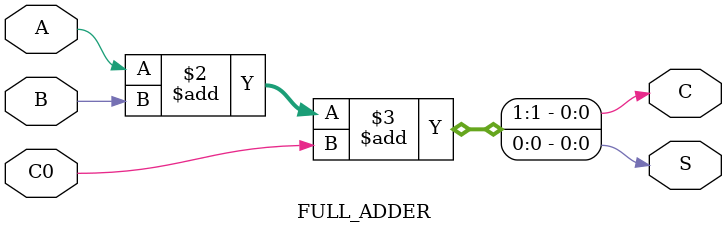
<source format=v>
`timescale 1ns / 1ps


module FULL_ADDER(
    // Port Declaration
    input A,           // 1-bit Input
    input B,           // 1-bit Input
    input C0,          // C0: Input Carry
    output reg S,         // S: Sum
    output reg C          // C: Carry
    // Note: Output is of 'reg' type because it is assigned inside an 'always' block
    );
    // Behaviour Logic for Full Adder
    always @(*) begin                // '*' means : Always block triggered on any change of inputs A, B, or C0          
        {C,S}=A+B+C0;               // Concatenation of Carry (C) and Sum (S)
    end
endmodule

</source>
